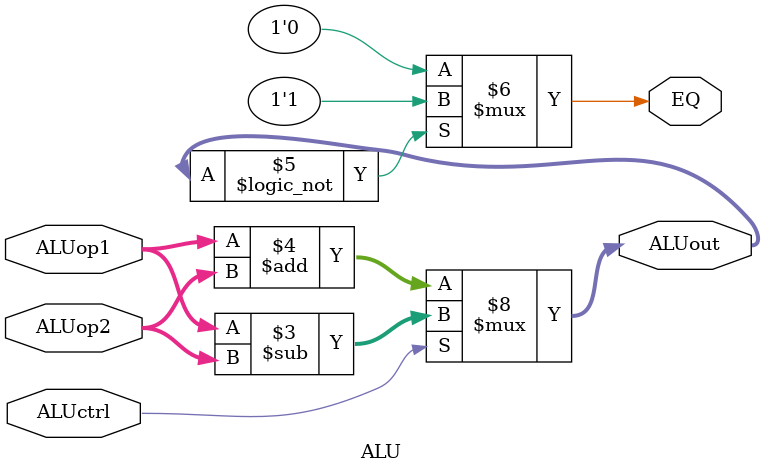
<source format=sv>
module ALU (
    input logic [31:0]   ALUop1,
    input logic [31:0]    ALUop2,
    input logic     ALUctrl,
    output logic    EQ,
    output logic  [31:0]  ALUout
);

always_comb begin
	if (ALUctrl == 1'b1)
		ALUout = ALUop1 - ALUop2;
	else
		ALUout = ALUop1 + ALUop2; // add if aluctrl is 0
	EQ = (ALUout == 32'b0) ? 1'b1 : 1'b0;
end
endmodule

</source>
